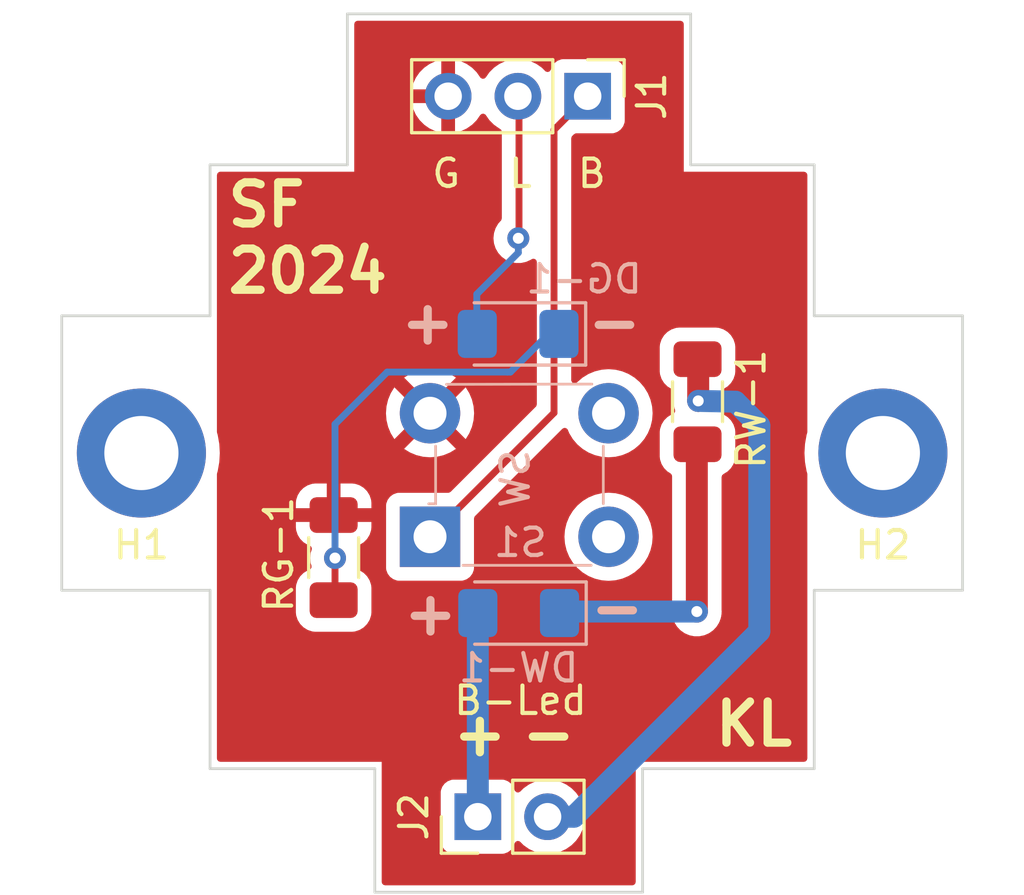
<source format=kicad_pcb>
(kicad_pcb (version 20240108) (generator "pcbnew") (generator_version "8.0")
  (layers (0 "F.Cu" signal) (31 "B.Cu" signal) (34 "B.Paste" user) (35 "F.Paste" user) (36 "B.SilkS" user "B.Silkscreen") (37 "F.SilkS" user "F.Silkscreen") (38 "B.Mask" user) (39 "F.Mask" user) (44 "Edge.Cuts" user))
  (net 0 "")
  (net 1 "/LED_INPUT")
  (net 2 "+9V")
  (net 3 "/BTN_INPUT")
  (net 4 "GND")
  (net 5 "/LED_PCB")
  (net 6 "Net-(DG-1-K)")
  (net 7 "Net-(DW-1-K)")
  (footprint "Resistor_SMD:R_1206_3216Metric_Pad1.30x1.75mm_HandSolder" (layer "F.Cu") (at 54.5 39.81 90)
    (property "Reference" "RG-1" (at 0.11 -2 90) (layer "F.SilkS"))
    (property "Value" "R")
    (fp_line (start -0.727064 -0.91) (end 0.727064 -0.91) (stroke (width 0.12)) (layer "F.SilkS"))
    (fp_line (start -0.727064 0.91) (end 0.727064 0.91) (stroke (width 0.12)) (layer "F.SilkS"))
    (pad "1" smd roundrect (at -1.55 0 90) (size 1.3 1.75) (layers "F.Cu" "F.Paste" "F.Mask") (roundrect_rratio 0.192308) (net 6 "Net-(DG-1-K)"))
    (pad "2" smd roundrect (at 1.55 0 90) (size 1.3 1.75) (layers "F.Cu" "F.Paste" "F.Mask") (roundrect_rratio 0.192308) (net 4 "GND"))
  )
  (footprint "Connector_PinHeader_2.54mm:PinHeader_1x02_P2.54mm_Vertical" (layer "F.Cu") (at 59.75 49.25 90)
    (property "Reference" "J2" (at 0 -2.33 90) (layer "F.SilkS"))
    (property "Value" "BK_LED")
    (fp_line (start -1.33 -1.33) (end 0 -1.33) (stroke (width 0.12)) (layer "F.SilkS"))
    (fp_line (start -1.33 0) (end -1.33 -1.33) (stroke (width 0.12)) (layer "F.SilkS"))
    (fp_line (start 1.33 1.27) (end 1.33 3.87) (stroke (width 0.12)) (layer "F.SilkS"))
    (fp_line (start -1.33 1.27) (end 1.33 1.27) (stroke (width 0.12)) (layer "F.SilkS"))
    (fp_line (start -1.33 1.27) (end -1.33 3.87) (stroke (width 0.12)) (layer "F.SilkS"))
    (fp_line (start -1.33 3.87) (end 1.33 3.87) (stroke (width 0.12)) (layer "F.SilkS"))
    (pad "1" thru_hole rect (at 0 0 90) (size 1.7 1.7) (drill 1) (layers "*.Cu" "*.Mask") (net 2 "+9V"))
    (pad "2" thru_hole oval (at 0 2.54 90) (size 1.7 1.7) (drill 1) (layers "*.Cu" "*.Mask") (net 5 "/LED_PCB"))
  )
  (footprint "Connector_PinHeader_2.54mm:PinHeader_1x03_P2.54mm_Vertical" (layer "F.Cu") (at 63.75 23 -90)
    (property "Reference" "J1" (at 0 -2.33 90) (layer "F.SilkS"))
    (property "Value" "BTN+LED")
    (fp_line (start -1.33 6.41) (end 1.33 6.41) (stroke (width 0.12)) (layer "F.SilkS"))
    (fp_line (start -1.33 1.27) (end -1.33 6.41) (stroke (width 0.12)) (layer "F.SilkS"))
    (fp_line (start -1.33 1.27) (end 1.33 1.27) (stroke (width 0.12)) (layer "F.SilkS"))
    (fp_line (start 1.33 1.27) (end 1.33 6.41) (stroke (width 0.12)) (layer "F.SilkS"))
    (fp_line (start -1.33 0) (end -1.33 -1.33) (stroke (width 0.12)) (layer "F.SilkS"))
    (fp_line (start -1.33 -1.33) (end 0 -1.33) (stroke (width 0.12)) (layer "F.SilkS"))
    (pad "1" thru_hole rect (at 0 0 270) (size 1.7 1.7) (drill 1) (layers "*.Cu" "*.Mask") (net 3 "/BTN_INPUT"))
    (pad "2" thru_hole oval (at 0 2.54 270) (size 1.7 1.7) (drill 1) (layers "*.Cu" "*.Mask") (net 1 "/LED_INPUT"))
    (pad "3" thru_hole oval (at 0 5.08 270) (size 1.7 1.7) (drill 1) (layers "*.Cu" "*.Mask") (net 4 "GND"))
  )
  (footprint "Resistor_SMD:R_1206_3216Metric_Pad1.30x1.75mm_HandSolder" (layer "F.Cu") (at 67.75 34.13 -90)
    (property "Reference" "RW-1" (at 0.27 -1.95 -90) (layer "F.SilkS"))
    (property "Value" "R")
    (fp_line (start -0.727064 0.91) (end 0.727064 0.91) (stroke (width 0.12)) (layer "F.SilkS"))
    (fp_line (start -0.727064 -0.91) (end 0.727064 -0.91) (stroke (width 0.12)) (layer "F.SilkS"))
    (pad "1" smd roundrect (at -1.55 0 270) (size 1.3 1.75) (layers "F.Cu" "F.Paste" "F.Mask") (roundrect_rratio 0.192308) (net 5 "/LED_PCB"))
    (pad "2" smd roundrect (at 1.55 0 270) (size 1.3 1.75) (layers "F.Cu" "F.Paste" "F.Mask") (roundrect_rratio 0.192308) (net 7 "Net-(DW-1-K)"))
  )
  (footprint "MountingHole:MountingHole_2.7mm_M2.5_DIN965_Pad_TopBottom" (layer "F.Cu") (at 74.5 36 180)
    (property "Reference" "H2" (at 0 -3.35 180) (layer "F.SilkS"))
    (property "Value" "MountingHole")
    (pad "1" thru_hole circle (at 0 0 180) (size 3.1 3.1) (drill 2.7) (layers "*.Cu" "*.Mask"))
    (pad "1" connect circle (at 0 0 180) (size 4.7 4.7) (layers "F.Cu" "F.Mask"))
    (pad "1" connect circle (at 0 0 180) (size 4.7 4.7) (layers "B.Cu" "B.Mask"))
  )
  (footprint "MountingHole:MountingHole_2.7mm_M2.5_DIN965_Pad_TopBottom" (layer "F.Cu") (at 47.5 36 180)
    (property "Reference" "H1" (at 0 -3.35 180) (layer "F.SilkS"))
    (property "Value" "MountingHole")
    (pad "1" thru_hole circle (at 0 0 180) (size 3.1 3.1) (drill 2.7) (layers "*.Cu" "*.Mask"))
    (pad "1" connect circle (at 0 0 180) (size 4.7 4.7) (layers "F.Cu" "F.Mask"))
    (pad "1" connect circle (at 0 0 180) (size 4.7 4.7) (layers "B.Cu" "B.Mask"))
  )
  (footprint "digikey-footprints:Switch_Tactile_THT_6x6mm" (layer "B.Cu") (at 58.01 39.05)
    (property "Reference" "S1" (at 3.29 0.21 180) (layer "B.SilkS") (effects (justify mirror)))
    (property "Value" "1825910-6")
    (fp_line (start -0.0468 -1.2004) (end 0.2032 -1.2004) (stroke (width 0.1)) (layer "B.SilkS"))
    (fp_line (start 0.2032 -3.302) (end 0.2032 -1.1938) (stroke (width 0.1)) (layer "B.SilkS"))
    (fp_line (start 0.6 -5.5528) (end 5.8928 -5.5626) (stroke (width 0.1)) (layer "B.SilkS"))
    (fp_line (start 5.8674 1.0414) (end 1.2 1.0414) (stroke (width 0.1)) (layer "B.SilkS"))
    (fp_line (start 6.3092 -3.3) (end 6.3092 -1.2048) (stroke (width 0.1)) (layer "B.SilkS"))
    (pad "1" thru_hole rect (at 0 0) (size 2.2 2.2) (drill 1.2) (layers "*.Cu" "*.Mask") (net 3 "/BTN_INPUT"))
    (pad "2" thru_hole circle (at 6.5 0) (size 2.2 2.2) (drill 1.2) (layers "*.Cu" "*.Mask"))
    (pad "3" thru_hole circle (at 0 -4.5) (size 2.2 2.2) (drill 1.2) (layers "*.Cu" "*.Mask") (net 4 "GND"))
    (pad "4" thru_hole circle (at 6.5 -4.5) (size 2.2 2.2) (drill 1.2) (layers "*.Cu" "*.Mask"))
  )
  (footprint "LED_SMD:LED_1206_3216Metric_Pad1.42x1.75mm_HandSolder" (layer "B.Cu") (at 61.2175 31.66 180)
    (property "Reference" "DG-1" (at -2.4 2 0) (layer "B.SilkS") (effects (justify mirror)))
    (property "Value" "LED")
    (fp_line (start 1.6 -1.135) (end -2.46 -1.135) (stroke (width 0.12)) (layer "B.SilkS"))
    (fp_line (start -2.46 1.135) (end 1.6 1.135) (stroke (width 0.12)) (layer "B.SilkS"))
    (fp_line (start -2.46 -1.135) (end -2.46 1.135) (stroke (width 0.12)) (layer "B.SilkS"))
    (pad "1" smd roundrect (at -1.4875 0 180) (size 1.425 1.75) (layers "B.Cu" "B.Paste" "B.Mask") (roundrect_rratio 0.175439) (net 6 "Net-(DG-1-K)"))
    (pad "2" smd roundrect (at 1.4875 0 180) (size 1.425 1.75) (layers "B.Cu" "B.Paste" "B.Mask") (roundrect_rratio 0.175439) (net 1 "/LED_INPUT"))
  )
  (footprint "LED_SMD:LED_1206_3216Metric_Pad1.42x1.75mm_HandSolder" (layer "B.Cu") (at 61.2375 41.83 180)
    (property "Reference" "DW-1" (at 0 -2 0) (layer "B.SilkS") (effects (justify mirror)))
    (property "Value" "LED")
    (fp_line (start 1.6 -1.135) (end -2.46 -1.135) (stroke (width 0.12)) (layer "B.SilkS"))
    (fp_line (start -2.46 1.135) (end 1.6 1.135) (stroke (width 0.12)) (layer "B.SilkS"))
    (fp_line (start -2.46 -1.135) (end -2.46 1.135) (stroke (width 0.12)) (layer "B.SilkS"))
    (pad "1" smd roundrect (at -1.4875 0 180) (size 1.425 1.75) (layers "B.Cu" "B.Paste" "B.Mask") (roundrect_rratio 0.175439) (net 7 "Net-(DW-1-K)"))
    (pad "2" smd roundrect (at 1.4875 0 180) (size 1.425 1.75) (layers "B.Cu" "B.Paste" "B.Mask") (roundrect_rratio 0.175439) (net 2 "+9V"))
  )
  (gr_line (start 50 25.5) (end 55 25.5) (stroke (width 0.1)) (layer "Edge.Cuts"))
  (gr_line (start 55 20) (end 55 25.5) (stroke (width 0.1)) (layer "Edge.Cuts"))
  (gr_line (start 72 41) (end 72 47.5) (stroke (width 0.1)) (layer "Edge.Cuts"))
  (gr_line (start 44.6 31) (end 50 31) (stroke (width 0.1)) (layer "Edge.Cuts"))
  (gr_line (start 77.4 41) (end 77.4 31) (stroke (width 0.1)) (layer "Edge.Cuts"))
  (gr_line (start 50 47.5) (end 50 41) (stroke (width 0.1)) (layer "Edge.Cuts"))
  (gr_line (start 50 31) (end 50 25.5) (stroke (width 0.1)) (layer "Edge.Cuts"))
  (gr_line (start 72 31) (end 72 25.5) (stroke (width 0.1)) (layer "Edge.Cuts"))
  (gr_line (start 65.75 52) (end 65.75 47.5) (stroke (width 0.1)) (layer "Edge.Cuts"))
  (gr_line (start 67.5 20) (end 67.5 25.5) (stroke (width 0.1)) (layer "Edge.Cuts"))
  (gr_line (start 65.75 47.5) (end 72 47.5) (stroke (width 0.1)) (layer "Edge.Cuts"))
  (gr_line (start 50 47.5) (end 56 47.5) (stroke (width 0.1)) (layer "Edge.Cuts"))
  (gr_line (start 72 41) (end 77.4 41) (stroke (width 0.1)) (layer "Edge.Cuts"))
  (gr_line (start 65.75 52) (end 56 52) (stroke (width 0.1)) (layer "Edge.Cuts"))
  (gr_line (start 50 41) (end 44.6 41) (stroke (width 0.1)) (layer "Edge.Cuts"))
  (gr_line (start 77.4 31) (end 72 31) (stroke (width 0.1)) (layer "Edge.Cuts"))
  (gr_line (start 56 52) (end 56 47.5) (stroke (width 0.1)) (layer "Edge.Cuts"))
  (gr_line (start 44.6 41) (end 44.6 31) (stroke (width 0.1)) (layer "Edge.Cuts"))
  (gr_line (start 72 25.5) (end 67.5 25.5) (stroke (width 0.1)) (layer "Edge.Cuts"))
  (gr_line (start 55 20) (end 67.5 20) (stroke (width 0.1)) (layer "Edge.Cuts"))
  (gr_text "-" (at 63.6 32.1 0) (layer "B.SilkS") (effects (font (size 1.5 1.5) (thickness 0.3) (bold yes)) (justify left bottom)))
  (gr_text "+" (at 56.8 32.1 0) (layer "B.SilkS") (effects (font (size 1.5 1.5) (thickness 0.3) (bold yes)) (justify left bottom)))
  (gr_text "SW" (at 61.7 35.79 90) (layer "B.SilkS") (effects (font (size 1 1)) (justify left bottom mirror)))
  (gr_text "-" (at 63.7 42.5 0) (layer "B.SilkS") (effects (font (size 1.5 1.5) (thickness 0.3) (bold yes)) (justify left bottom)))
  (gr_text "+" (at 56.9 42.7 0) (layer "B.SilkS") (effects (font (size 1.5 1.5) (thickness 0.3) (bold yes)) (justify left bottom)))
  (gr_text "SF \n2024" (at 50.5 30.25 0) (layer "F.SilkS") (effects (font (size 1.5 1.5) (thickness 0.3) (bold yes)) (justify left bottom)))
  (gr_text "G" (at 58 26.4 0) (layer "F.SilkS") (effects (font (size 1 1)) (justify left bottom)))
  (gr_text "B-Led" (at 58.8 45.6 0) (layer "F.SilkS") (effects (font (size 1 1)) (justify left bottom)))
  (gr_text "B" (at 63.3 26.4 0) (layer "F.SilkS") (effects (font (size 1 1)) (justify left bottom)))
  (gr_text "L" (at 60.8 26.4 0) (layer "F.SilkS") (effects (font (size 1 1)) (justify left bottom)))
  (gr_text "-" (at 61.2 47.1 0) (layer "F.SilkS") (effects (font (size 1.5 1.5) (thickness 0.3) (bold yes)) (justify left bottom)))
  (gr_text "+" (at 58.7 47.1 0) (layer "F.SilkS") (effects (font (size 1.5 1.5) (thickness 0.3) (bold yes)) (justify left bottom)))
  (gr_text "KL" (at 68.25 46.75 0) (layer "F.SilkS") (effects (font (size 1.5 1.5) (thickness 0.3) (bold yes)) (justify left bottom)))
  (segment (start 61.25 28.15) (end 61.225 28.175) (width 0.25) (layer "F.Cu") (net 1))
  (segment (start 61.25 23) (end 61.25 28.15) (width 0.25) (layer "F.Cu") (net 1))
  (via (at 61.225 28.175) (size 0.8) (drill 0.4) (layers "F.Cu" "B.Cu") (net 1))
  (segment (start 61.225 28.7) (end 59.7125 30.2125) (width 0.25) (layer "B.Cu") (net 1))
  (segment (start 61.225 28.175) (end 61.225 28.7) (width 0.25) (layer "B.Cu") (net 1))
  (segment (start 59.7125 30.2125) (end 59.7125 31.3) (width 0.25) (layer "B.Cu") (net 1))
  (segment (start 59.75 49.25) (end 59.75 41.9625) (width 0.8) (layer "B.Cu") (net 2))
  (segment (start 59.75 41.9625) (end 59.8125 41.9) (width 0.8) (layer "B.Cu") (net 2))
  (segment (start 63.75 23) (end 62.525 24.225) (width 0.25) (layer "F.Cu") (net 3))
  (segment (start 62.525 34.535) (end 58.01 39.05) (width 0.25) (layer "F.Cu") (net 3))
  (segment (start 62.525 24.225) (end 62.525 34.535) (width 0.25) (layer "F.Cu") (net 3))
  (segment (start 67.775 34.1) (end 67.775 32.605) (width 0.8) (layer "F.Cu") (net 5))
  (via (at 67.775 34.1) (size 0.8) (drill 0.4) (layers "F.Cu" "B.Cu") (net 5))
  (segment (start 69.13 34.13) (end 70 35) (width 0.8) (layer "B.Cu") (net 5))
  (segment (start 63.25 49.25) (end 70.000002 42.499998) (width 0.8) (layer "B.Cu") (net 5))
  (segment (start 67.775 34.1) (end 69.13 34.13) (width 0.8) (layer "B.Cu") (net 5))
  (segment (start 70.000002 42.499998) (end 70.000002 35) (width 0.8) (layer "B.Cu") (net 5))
  (segment (start 62.25 49.25) (end 63.25 49.25) (width 0.8) (layer "B.Cu") (net 5))
  (segment (start 54.55 39.825) (end 54.55 41.31) (width 0.25) (layer "F.Cu") (net 6))
  (via (at 54.55 39.825) (size 0.8) (drill 0.4) (layers "F.Cu" "B.Cu") (net 6))
  (segment (start 62.6875 31.3) (end 60.9375 33.05) (width 0.25) (layer "B.Cu") (net 6))
  (segment (start 56.45 33.05) (end 54.55 34.95) (width 0.25) (layer "B.Cu") (net 6))
  (segment (start 54.55 39.825) (end 54.575 39.8) (width 0.25) (layer "B.Cu") (net 6))
  (segment (start 60.9375 33.05) (end 60.83 33.05) (width 0.25) (layer "B.Cu") (net 6))
  (segment (start 60.83 33.05) (end 56.45 33.05) (width 0.25) (layer "B.Cu") (net 6))
  (segment (start 54.55 34.95) (end 54.55 39.825) (width 0.25) (layer "B.Cu") (net 6))
  (segment (start 54.575 39.8) (end 54.6 39.8) (width 0.25) (layer "B.Cu") (net 6))
  (segment (start 67.725 41.775) (end 67.725 35.705) (width 0.8) (layer "F.Cu") (net 7))
  (via (at 67.725 41.775) (size 0.8) (drill 0.4) (layers "F.Cu" "B.Cu") (net 7))
  (segment (start 67.725 41.775) (end 62.9125 41.775) (width 0.8) (layer "B.Cu") (net 7))
  (segment (start 62.9125 41.775) (end 62.7875 41.9) (width 0.8) (layer "B.Cu") (net 7))
  (zone (net 4) (net_name "GND") (layer "F.Cu") (connect_pads (clearance 0.5)) (min_thickness 0.25) (fill yes (thermal_gap 0.5) (thermal_bridge_width 0.5))
    (polygon (pts (xy 55.25 20.25) (xy 67.25 20.25) (xy 67.25 25.75) (xy 71.75 25.75) (xy 71.75 47.25) (xy 65.5 47.25) (xy 65.5 51.75) (xy 56.25 51.75) (xy 56.25 47.25) (xy 50.25 47.25) (xy 50.25 25.75) (xy 55.25 25.75)))
  )
)
</source>
